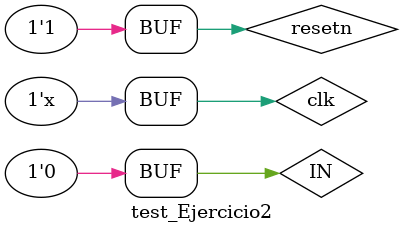
<source format=v>


/*test_unlock_Ejercicio2: esta prueba SOLO chequea que ocurre cuando se 
introduce una secuencia válida, dejando IN = 0 al final,*/
module test_unlock_Ejercicio2();
	reg IN ,ERROR ,UNLOCK, resetn, clk;
	Ejercicio2 U0( IN ,ERROR ,UNLOCK, resetn, clk );
	
	always
		#5ns clk=~clk;
	
	initial
		begin
			clk=0;
			resetn=0;
			#0ns
			resetn=1;
			IN=1;
			#10ns
			IN=0;
			#10ns
			IN=1;
			#10ns
			IN=1;
			#10ns
			IN=0;
			#10ns
			IN=0;
			#10ns
			IN=0;
			#10ns
			IN=0;
			#10ns
			IN=0;
		end
endmodule

/*test_error_Ejercicio2: esta prueba chequea que ocurre cuando se introduce una  
secuencia incorrecta, deja IN=1 al final, lo cuál seguirá generando errores*/
module test_error_Ejercicio2();
	reg IN ,ERROR ,UNLOCK, resetn, clk;
	Ejercicio2 U0( IN ,ERROR ,UNLOCK, resetn, clk );
	
	always
		#5ns clk=~clk;
	initial
		begin
			clk=0;
			resetn=0;
			#0ns
			resetn=1;
			IN=1;
			#10ns
			IN=0;
			#10ns
			IN=1;
			#10ns
			IN=0; //se introduce un error en la secuencia
			#10ns
			IN=1;
		end
endmodule 

/*test_Ejercicio2: esta prueba chequea que ocurre cuando se introduce una  
secuencia incorrecta, seguida de una secuencia válida, dejando IN=0 al final*/
module test_Ejercicio2();
	reg IN ,ERROR ,UNLOCK, resetn, clk;
	Ejercicio2 U0( IN ,ERROR ,UNLOCK, resetn, clk );
	
	always
		#5ns clk=~clk;
	initial
		begin
			clk=0;
			resetn=0;
			#0ns
			resetn=1;
			IN=1;
			#10ns
			IN=0;
			#10ns
			IN=1;
			#10ns
			IN=0; //se introduce un error en la secuencia
			#25ns
			IN=1;
			#10ns
			IN=0;
			#10ns
			IN=1;
			#10ns
			IN=1;
			#10ns
			IN=0;
			#10ns
			IN=0;
			#10ns
			IN=0;
			#10ns
			IN=0;
		end
endmodule
</source>
